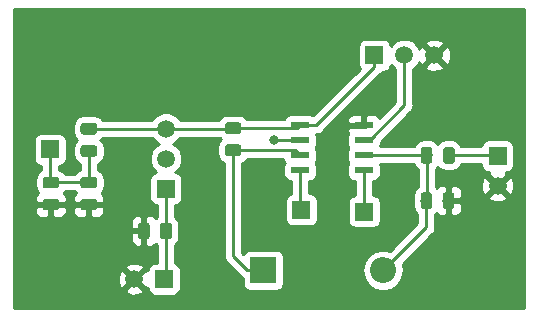
<source format=gbr>
G04 #@! TF.GenerationSoftware,KiCad,Pcbnew,(6.0.0-rc1-dev-305-gf0b8b21)*
G04 #@! TF.CreationDate,2019-05-22T14:27:23-07:00*
G04 #@! TF.ProjectId,DRONE_GateDriver,44524F4E455F47617465447269766572,rev?*
G04 #@! TF.SameCoordinates,Original*
G04 #@! TF.FileFunction,Copper,L1,Top,Signal*
G04 #@! TF.FilePolarity,Positive*
%FSLAX46Y46*%
G04 Gerber Fmt 4.6, Leading zero omitted, Abs format (unit mm)*
G04 Created by KiCad (PCBNEW (6.0.0-rc1-dev-305-gf0b8b21)) date Wednesday, May 22, 2019 at 02:27:23 PM*
%MOMM*%
%LPD*%
G01*
G04 APERTURE LIST*
G04 #@! TA.AperFunction,Conductor*
%ADD10C,0.100000*%
G04 #@! TD*
G04 #@! TA.AperFunction,SMDPad,CuDef*
%ADD11C,0.975000*%
G04 #@! TD*
G04 #@! TA.AperFunction,ComponentPad*
%ADD12R,2.200000X2.200000*%
G04 #@! TD*
G04 #@! TA.AperFunction,ComponentPad*
%ADD13O,2.200000X2.200000*%
G04 #@! TD*
G04 #@! TA.AperFunction,ComponentPad*
%ADD14R,1.500000X1.500000*%
G04 #@! TD*
G04 #@! TA.AperFunction,ComponentPad*
%ADD15C,1.500000*%
G04 #@! TD*
G04 #@! TA.AperFunction,ComponentPad*
%ADD16R,1.498600X1.498600*%
G04 #@! TD*
G04 #@! TA.AperFunction,SMDPad,CuDef*
%ADD17R,1.550000X0.600000*%
G04 #@! TD*
G04 #@! TA.AperFunction,ViaPad*
%ADD18C,0.800000*%
G04 #@! TD*
G04 #@! TA.AperFunction,Conductor*
%ADD19C,0.250000*%
G04 #@! TD*
G04 #@! TA.AperFunction,Conductor*
%ADD20C,0.254000*%
G04 #@! TD*
G04 APERTURE END LIST*
D10*
G04 #@! TO.N,Net-(C1-Pad1)*
G04 #@! TO.C,C1*
G36*
X159002642Y-110201174D02*
X159026303Y-110204684D01*
X159049507Y-110210496D01*
X159072029Y-110218554D01*
X159093653Y-110228782D01*
X159114170Y-110241079D01*
X159133383Y-110255329D01*
X159151107Y-110271393D01*
X159167171Y-110289117D01*
X159181421Y-110308330D01*
X159193718Y-110328847D01*
X159203946Y-110350471D01*
X159212004Y-110372993D01*
X159217816Y-110396197D01*
X159221326Y-110419858D01*
X159222500Y-110443750D01*
X159222500Y-111356250D01*
X159221326Y-111380142D01*
X159217816Y-111403803D01*
X159212004Y-111427007D01*
X159203946Y-111449529D01*
X159193718Y-111471153D01*
X159181421Y-111491670D01*
X159167171Y-111510883D01*
X159151107Y-111528607D01*
X159133383Y-111544671D01*
X159114170Y-111558921D01*
X159093653Y-111571218D01*
X159072029Y-111581446D01*
X159049507Y-111589504D01*
X159026303Y-111595316D01*
X159002642Y-111598826D01*
X158978750Y-111600000D01*
X158491250Y-111600000D01*
X158467358Y-111598826D01*
X158443697Y-111595316D01*
X158420493Y-111589504D01*
X158397971Y-111581446D01*
X158376347Y-111571218D01*
X158355830Y-111558921D01*
X158336617Y-111544671D01*
X158318893Y-111528607D01*
X158302829Y-111510883D01*
X158288579Y-111491670D01*
X158276282Y-111471153D01*
X158266054Y-111449529D01*
X158257996Y-111427007D01*
X158252184Y-111403803D01*
X158248674Y-111380142D01*
X158247500Y-111356250D01*
X158247500Y-110443750D01*
X158248674Y-110419858D01*
X158252184Y-110396197D01*
X158257996Y-110372993D01*
X158266054Y-110350471D01*
X158276282Y-110328847D01*
X158288579Y-110308330D01*
X158302829Y-110289117D01*
X158318893Y-110271393D01*
X158336617Y-110255329D01*
X158355830Y-110241079D01*
X158376347Y-110228782D01*
X158397971Y-110218554D01*
X158420493Y-110210496D01*
X158443697Y-110204684D01*
X158467358Y-110201174D01*
X158491250Y-110200000D01*
X158978750Y-110200000D01*
X159002642Y-110201174D01*
X159002642Y-110201174D01*
G37*
D11*
G04 #@! TD*
G04 #@! TO.P,C1,1*
G04 #@! TO.N,Net-(C1-Pad1)*
X158735000Y-110900000D03*
D10*
G04 #@! TO.N,GND*
G04 #@! TO.C,C1*
G36*
X160877642Y-110201174D02*
X160901303Y-110204684D01*
X160924507Y-110210496D01*
X160947029Y-110218554D01*
X160968653Y-110228782D01*
X160989170Y-110241079D01*
X161008383Y-110255329D01*
X161026107Y-110271393D01*
X161042171Y-110289117D01*
X161056421Y-110308330D01*
X161068718Y-110328847D01*
X161078946Y-110350471D01*
X161087004Y-110372993D01*
X161092816Y-110396197D01*
X161096326Y-110419858D01*
X161097500Y-110443750D01*
X161097500Y-111356250D01*
X161096326Y-111380142D01*
X161092816Y-111403803D01*
X161087004Y-111427007D01*
X161078946Y-111449529D01*
X161068718Y-111471153D01*
X161056421Y-111491670D01*
X161042171Y-111510883D01*
X161026107Y-111528607D01*
X161008383Y-111544671D01*
X160989170Y-111558921D01*
X160968653Y-111571218D01*
X160947029Y-111581446D01*
X160924507Y-111589504D01*
X160901303Y-111595316D01*
X160877642Y-111598826D01*
X160853750Y-111600000D01*
X160366250Y-111600000D01*
X160342358Y-111598826D01*
X160318697Y-111595316D01*
X160295493Y-111589504D01*
X160272971Y-111581446D01*
X160251347Y-111571218D01*
X160230830Y-111558921D01*
X160211617Y-111544671D01*
X160193893Y-111528607D01*
X160177829Y-111510883D01*
X160163579Y-111491670D01*
X160151282Y-111471153D01*
X160141054Y-111449529D01*
X160132996Y-111427007D01*
X160127184Y-111403803D01*
X160123674Y-111380142D01*
X160122500Y-111356250D01*
X160122500Y-110443750D01*
X160123674Y-110419858D01*
X160127184Y-110396197D01*
X160132996Y-110372993D01*
X160141054Y-110350471D01*
X160151282Y-110328847D01*
X160163579Y-110308330D01*
X160177829Y-110289117D01*
X160193893Y-110271393D01*
X160211617Y-110255329D01*
X160230830Y-110241079D01*
X160251347Y-110228782D01*
X160272971Y-110218554D01*
X160295493Y-110210496D01*
X160318697Y-110204684D01*
X160342358Y-110201174D01*
X160366250Y-110200000D01*
X160853750Y-110200000D01*
X160877642Y-110201174D01*
X160877642Y-110201174D01*
G37*
D11*
G04 #@! TD*
G04 #@! TO.P,C1,2*
G04 #@! TO.N,GND*
X160610000Y-110900000D03*
D10*
G04 #@! TO.N,Net-(C2-Pad2)*
G04 #@! TO.C,C2*
G36*
X142860142Y-106148674D02*
X142883803Y-106152184D01*
X142907007Y-106157996D01*
X142929529Y-106166054D01*
X142951153Y-106176282D01*
X142971670Y-106188579D01*
X142990883Y-106202829D01*
X143008607Y-106218893D01*
X143024671Y-106236617D01*
X143038921Y-106255830D01*
X143051218Y-106276347D01*
X143061446Y-106297971D01*
X143069504Y-106320493D01*
X143075316Y-106343697D01*
X143078826Y-106367358D01*
X143080000Y-106391250D01*
X143080000Y-106878750D01*
X143078826Y-106902642D01*
X143075316Y-106926303D01*
X143069504Y-106949507D01*
X143061446Y-106972029D01*
X143051218Y-106993653D01*
X143038921Y-107014170D01*
X143024671Y-107033383D01*
X143008607Y-107051107D01*
X142990883Y-107067171D01*
X142971670Y-107081421D01*
X142951153Y-107093718D01*
X142929529Y-107103946D01*
X142907007Y-107112004D01*
X142883803Y-107117816D01*
X142860142Y-107121326D01*
X142836250Y-107122500D01*
X141923750Y-107122500D01*
X141899858Y-107121326D01*
X141876197Y-107117816D01*
X141852993Y-107112004D01*
X141830471Y-107103946D01*
X141808847Y-107093718D01*
X141788330Y-107081421D01*
X141769117Y-107067171D01*
X141751393Y-107051107D01*
X141735329Y-107033383D01*
X141721079Y-107014170D01*
X141708782Y-106993653D01*
X141698554Y-106972029D01*
X141690496Y-106949507D01*
X141684684Y-106926303D01*
X141681174Y-106902642D01*
X141680000Y-106878750D01*
X141680000Y-106391250D01*
X141681174Y-106367358D01*
X141684684Y-106343697D01*
X141690496Y-106320493D01*
X141698554Y-106297971D01*
X141708782Y-106276347D01*
X141721079Y-106255830D01*
X141735329Y-106236617D01*
X141751393Y-106218893D01*
X141769117Y-106202829D01*
X141788330Y-106188579D01*
X141808847Y-106176282D01*
X141830471Y-106166054D01*
X141852993Y-106157996D01*
X141876197Y-106152184D01*
X141899858Y-106148674D01*
X141923750Y-106147500D01*
X142836250Y-106147500D01*
X142860142Y-106148674D01*
X142860142Y-106148674D01*
G37*
D11*
G04 #@! TD*
G04 #@! TO.P,C2,2*
G04 #@! TO.N,Net-(C2-Pad2)*
X142380000Y-106635000D03*
D10*
G04 #@! TO.N,Net-(C2-Pad1)*
G04 #@! TO.C,C2*
G36*
X142860142Y-104273674D02*
X142883803Y-104277184D01*
X142907007Y-104282996D01*
X142929529Y-104291054D01*
X142951153Y-104301282D01*
X142971670Y-104313579D01*
X142990883Y-104327829D01*
X143008607Y-104343893D01*
X143024671Y-104361617D01*
X143038921Y-104380830D01*
X143051218Y-104401347D01*
X143061446Y-104422971D01*
X143069504Y-104445493D01*
X143075316Y-104468697D01*
X143078826Y-104492358D01*
X143080000Y-104516250D01*
X143080000Y-105003750D01*
X143078826Y-105027642D01*
X143075316Y-105051303D01*
X143069504Y-105074507D01*
X143061446Y-105097029D01*
X143051218Y-105118653D01*
X143038921Y-105139170D01*
X143024671Y-105158383D01*
X143008607Y-105176107D01*
X142990883Y-105192171D01*
X142971670Y-105206421D01*
X142951153Y-105218718D01*
X142929529Y-105228946D01*
X142907007Y-105237004D01*
X142883803Y-105242816D01*
X142860142Y-105246326D01*
X142836250Y-105247500D01*
X141923750Y-105247500D01*
X141899858Y-105246326D01*
X141876197Y-105242816D01*
X141852993Y-105237004D01*
X141830471Y-105228946D01*
X141808847Y-105218718D01*
X141788330Y-105206421D01*
X141769117Y-105192171D01*
X141751393Y-105176107D01*
X141735329Y-105158383D01*
X141721079Y-105139170D01*
X141708782Y-105118653D01*
X141698554Y-105097029D01*
X141690496Y-105074507D01*
X141684684Y-105051303D01*
X141681174Y-105027642D01*
X141680000Y-105003750D01*
X141680000Y-104516250D01*
X141681174Y-104492358D01*
X141684684Y-104468697D01*
X141690496Y-104445493D01*
X141698554Y-104422971D01*
X141708782Y-104401347D01*
X141721079Y-104380830D01*
X141735329Y-104361617D01*
X141751393Y-104343893D01*
X141769117Y-104327829D01*
X141788330Y-104313579D01*
X141808847Y-104301282D01*
X141830471Y-104291054D01*
X141852993Y-104282996D01*
X141876197Y-104277184D01*
X141899858Y-104273674D01*
X141923750Y-104272500D01*
X142836250Y-104272500D01*
X142860142Y-104273674D01*
X142860142Y-104273674D01*
G37*
D11*
G04 #@! TD*
G04 #@! TO.P,C2,1*
G04 #@! TO.N,Net-(C2-Pad1)*
X142380000Y-104760000D03*
D10*
G04 #@! TO.N,Net-(C3-Pad1)*
G04 #@! TO.C,C3*
G36*
X136957642Y-112761174D02*
X136981303Y-112764684D01*
X137004507Y-112770496D01*
X137027029Y-112778554D01*
X137048653Y-112788782D01*
X137069170Y-112801079D01*
X137088383Y-112815329D01*
X137106107Y-112831393D01*
X137122171Y-112849117D01*
X137136421Y-112868330D01*
X137148718Y-112888847D01*
X137158946Y-112910471D01*
X137167004Y-112932993D01*
X137172816Y-112956197D01*
X137176326Y-112979858D01*
X137177500Y-113003750D01*
X137177500Y-113916250D01*
X137176326Y-113940142D01*
X137172816Y-113963803D01*
X137167004Y-113987007D01*
X137158946Y-114009529D01*
X137148718Y-114031153D01*
X137136421Y-114051670D01*
X137122171Y-114070883D01*
X137106107Y-114088607D01*
X137088383Y-114104671D01*
X137069170Y-114118921D01*
X137048653Y-114131218D01*
X137027029Y-114141446D01*
X137004507Y-114149504D01*
X136981303Y-114155316D01*
X136957642Y-114158826D01*
X136933750Y-114160000D01*
X136446250Y-114160000D01*
X136422358Y-114158826D01*
X136398697Y-114155316D01*
X136375493Y-114149504D01*
X136352971Y-114141446D01*
X136331347Y-114131218D01*
X136310830Y-114118921D01*
X136291617Y-114104671D01*
X136273893Y-114088607D01*
X136257829Y-114070883D01*
X136243579Y-114051670D01*
X136231282Y-114031153D01*
X136221054Y-114009529D01*
X136212996Y-113987007D01*
X136207184Y-113963803D01*
X136203674Y-113940142D01*
X136202500Y-113916250D01*
X136202500Y-113003750D01*
X136203674Y-112979858D01*
X136207184Y-112956197D01*
X136212996Y-112932993D01*
X136221054Y-112910471D01*
X136231282Y-112888847D01*
X136243579Y-112868330D01*
X136257829Y-112849117D01*
X136273893Y-112831393D01*
X136291617Y-112815329D01*
X136310830Y-112801079D01*
X136331347Y-112788782D01*
X136352971Y-112778554D01*
X136375493Y-112770496D01*
X136398697Y-112764684D01*
X136422358Y-112761174D01*
X136446250Y-112760000D01*
X136933750Y-112760000D01*
X136957642Y-112761174D01*
X136957642Y-112761174D01*
G37*
D11*
G04 #@! TD*
G04 #@! TO.P,C3,1*
G04 #@! TO.N,Net-(C3-Pad1)*
X136690000Y-113460000D03*
D10*
G04 #@! TO.N,GND*
G04 #@! TO.C,C3*
G36*
X135082642Y-112761174D02*
X135106303Y-112764684D01*
X135129507Y-112770496D01*
X135152029Y-112778554D01*
X135173653Y-112788782D01*
X135194170Y-112801079D01*
X135213383Y-112815329D01*
X135231107Y-112831393D01*
X135247171Y-112849117D01*
X135261421Y-112868330D01*
X135273718Y-112888847D01*
X135283946Y-112910471D01*
X135292004Y-112932993D01*
X135297816Y-112956197D01*
X135301326Y-112979858D01*
X135302500Y-113003750D01*
X135302500Y-113916250D01*
X135301326Y-113940142D01*
X135297816Y-113963803D01*
X135292004Y-113987007D01*
X135283946Y-114009529D01*
X135273718Y-114031153D01*
X135261421Y-114051670D01*
X135247171Y-114070883D01*
X135231107Y-114088607D01*
X135213383Y-114104671D01*
X135194170Y-114118921D01*
X135173653Y-114131218D01*
X135152029Y-114141446D01*
X135129507Y-114149504D01*
X135106303Y-114155316D01*
X135082642Y-114158826D01*
X135058750Y-114160000D01*
X134571250Y-114160000D01*
X134547358Y-114158826D01*
X134523697Y-114155316D01*
X134500493Y-114149504D01*
X134477971Y-114141446D01*
X134456347Y-114131218D01*
X134435830Y-114118921D01*
X134416617Y-114104671D01*
X134398893Y-114088607D01*
X134382829Y-114070883D01*
X134368579Y-114051670D01*
X134356282Y-114031153D01*
X134346054Y-114009529D01*
X134337996Y-113987007D01*
X134332184Y-113963803D01*
X134328674Y-113940142D01*
X134327500Y-113916250D01*
X134327500Y-113003750D01*
X134328674Y-112979858D01*
X134332184Y-112956197D01*
X134337996Y-112932993D01*
X134346054Y-112910471D01*
X134356282Y-112888847D01*
X134368579Y-112868330D01*
X134382829Y-112849117D01*
X134398893Y-112831393D01*
X134416617Y-112815329D01*
X134435830Y-112801079D01*
X134456347Y-112788782D01*
X134477971Y-112778554D01*
X134500493Y-112770496D01*
X134523697Y-112764684D01*
X134547358Y-112761174D01*
X134571250Y-112760000D01*
X135058750Y-112760000D01*
X135082642Y-112761174D01*
X135082642Y-112761174D01*
G37*
D11*
G04 #@! TD*
G04 #@! TO.P,C3,2*
G04 #@! TO.N,GND*
X134815000Y-113460000D03*
D10*
G04 #@! TO.N,GND*
G04 #@! TO.C,C4*
G36*
X130630142Y-110758674D02*
X130653803Y-110762184D01*
X130677007Y-110767996D01*
X130699529Y-110776054D01*
X130721153Y-110786282D01*
X130741670Y-110798579D01*
X130760883Y-110812829D01*
X130778607Y-110828893D01*
X130794671Y-110846617D01*
X130808921Y-110865830D01*
X130821218Y-110886347D01*
X130831446Y-110907971D01*
X130839504Y-110930493D01*
X130845316Y-110953697D01*
X130848826Y-110977358D01*
X130850000Y-111001250D01*
X130850000Y-111488750D01*
X130848826Y-111512642D01*
X130845316Y-111536303D01*
X130839504Y-111559507D01*
X130831446Y-111582029D01*
X130821218Y-111603653D01*
X130808921Y-111624170D01*
X130794671Y-111643383D01*
X130778607Y-111661107D01*
X130760883Y-111677171D01*
X130741670Y-111691421D01*
X130721153Y-111703718D01*
X130699529Y-111713946D01*
X130677007Y-111722004D01*
X130653803Y-111727816D01*
X130630142Y-111731326D01*
X130606250Y-111732500D01*
X129693750Y-111732500D01*
X129669858Y-111731326D01*
X129646197Y-111727816D01*
X129622993Y-111722004D01*
X129600471Y-111713946D01*
X129578847Y-111703718D01*
X129558330Y-111691421D01*
X129539117Y-111677171D01*
X129521393Y-111661107D01*
X129505329Y-111643383D01*
X129491079Y-111624170D01*
X129478782Y-111603653D01*
X129468554Y-111582029D01*
X129460496Y-111559507D01*
X129454684Y-111536303D01*
X129451174Y-111512642D01*
X129450000Y-111488750D01*
X129450000Y-111001250D01*
X129451174Y-110977358D01*
X129454684Y-110953697D01*
X129460496Y-110930493D01*
X129468554Y-110907971D01*
X129478782Y-110886347D01*
X129491079Y-110865830D01*
X129505329Y-110846617D01*
X129521393Y-110828893D01*
X129539117Y-110812829D01*
X129558330Y-110798579D01*
X129578847Y-110786282D01*
X129600471Y-110776054D01*
X129622993Y-110767996D01*
X129646197Y-110762184D01*
X129669858Y-110758674D01*
X129693750Y-110757500D01*
X130606250Y-110757500D01*
X130630142Y-110758674D01*
X130630142Y-110758674D01*
G37*
D11*
G04 #@! TD*
G04 #@! TO.P,C4,2*
G04 #@! TO.N,GND*
X130150000Y-111245000D03*
D10*
G04 #@! TO.N,Net-(C4-Pad1)*
G04 #@! TO.C,C4*
G36*
X130630142Y-108883674D02*
X130653803Y-108887184D01*
X130677007Y-108892996D01*
X130699529Y-108901054D01*
X130721153Y-108911282D01*
X130741670Y-108923579D01*
X130760883Y-108937829D01*
X130778607Y-108953893D01*
X130794671Y-108971617D01*
X130808921Y-108990830D01*
X130821218Y-109011347D01*
X130831446Y-109032971D01*
X130839504Y-109055493D01*
X130845316Y-109078697D01*
X130848826Y-109102358D01*
X130850000Y-109126250D01*
X130850000Y-109613750D01*
X130848826Y-109637642D01*
X130845316Y-109661303D01*
X130839504Y-109684507D01*
X130831446Y-109707029D01*
X130821218Y-109728653D01*
X130808921Y-109749170D01*
X130794671Y-109768383D01*
X130778607Y-109786107D01*
X130760883Y-109802171D01*
X130741670Y-109816421D01*
X130721153Y-109828718D01*
X130699529Y-109838946D01*
X130677007Y-109847004D01*
X130653803Y-109852816D01*
X130630142Y-109856326D01*
X130606250Y-109857500D01*
X129693750Y-109857500D01*
X129669858Y-109856326D01*
X129646197Y-109852816D01*
X129622993Y-109847004D01*
X129600471Y-109838946D01*
X129578847Y-109828718D01*
X129558330Y-109816421D01*
X129539117Y-109802171D01*
X129521393Y-109786107D01*
X129505329Y-109768383D01*
X129491079Y-109749170D01*
X129478782Y-109728653D01*
X129468554Y-109707029D01*
X129460496Y-109684507D01*
X129454684Y-109661303D01*
X129451174Y-109637642D01*
X129450000Y-109613750D01*
X129450000Y-109126250D01*
X129451174Y-109102358D01*
X129454684Y-109078697D01*
X129460496Y-109055493D01*
X129468554Y-109032971D01*
X129478782Y-109011347D01*
X129491079Y-108990830D01*
X129505329Y-108971617D01*
X129521393Y-108953893D01*
X129539117Y-108937829D01*
X129558330Y-108923579D01*
X129578847Y-108911282D01*
X129600471Y-108901054D01*
X129622993Y-108892996D01*
X129646197Y-108887184D01*
X129669858Y-108883674D01*
X129693750Y-108882500D01*
X130606250Y-108882500D01*
X130630142Y-108883674D01*
X130630142Y-108883674D01*
G37*
D11*
G04 #@! TD*
G04 #@! TO.P,C4,1*
G04 #@! TO.N,Net-(C4-Pad1)*
X130150000Y-109370000D03*
D12*
G04 #@! TO.P,D1,1*
G04 #@! TO.N,Net-(C2-Pad2)*
X144920000Y-116810000D03*
D13*
G04 #@! TO.P,D1,2*
G04 #@! TO.N,Net-(C1-Pad1)*
X155080000Y-116810000D03*
G04 #@! TD*
D14*
G04 #@! TO.P,J1,2*
G04 #@! TO.N,Net-(J1-Pad2)*
X164760000Y-107120000D03*
D15*
G04 #@! TO.P,J1,1*
G04 #@! TO.N,GND*
X164760000Y-109660000D03*
G04 #@! TD*
D16*
G04 #@! TO.P,J2,1*
G04 #@! TO.N,Net-(J2-Pad1)*
X153480000Y-111830000D03*
G04 #@! TD*
G04 #@! TO.P,J3,1*
G04 #@! TO.N,Net-(J3-Pad1)*
X148160000Y-111690000D03*
G04 #@! TD*
D15*
G04 #@! TO.P,J4,1*
G04 #@! TO.N,GND*
X134000000Y-117550000D03*
D14*
G04 #@! TO.P,J4,2*
G04 #@! TO.N,Net-(C3-Pad1)*
X136540000Y-117550000D03*
G04 #@! TD*
G04 #@! TO.P,J5,1*
G04 #@! TO.N,Net-(C4-Pad1)*
X126880000Y-106570000D03*
G04 #@! TD*
D10*
G04 #@! TO.N,Net-(C2-Pad1)*
G04 #@! TO.C,L1*
G36*
X130630142Y-104333674D02*
X130653803Y-104337184D01*
X130677007Y-104342996D01*
X130699529Y-104351054D01*
X130721153Y-104361282D01*
X130741670Y-104373579D01*
X130760883Y-104387829D01*
X130778607Y-104403893D01*
X130794671Y-104421617D01*
X130808921Y-104440830D01*
X130821218Y-104461347D01*
X130831446Y-104482971D01*
X130839504Y-104505493D01*
X130845316Y-104528697D01*
X130848826Y-104552358D01*
X130850000Y-104576250D01*
X130850000Y-105063750D01*
X130848826Y-105087642D01*
X130845316Y-105111303D01*
X130839504Y-105134507D01*
X130831446Y-105157029D01*
X130821218Y-105178653D01*
X130808921Y-105199170D01*
X130794671Y-105218383D01*
X130778607Y-105236107D01*
X130760883Y-105252171D01*
X130741670Y-105266421D01*
X130721153Y-105278718D01*
X130699529Y-105288946D01*
X130677007Y-105297004D01*
X130653803Y-105302816D01*
X130630142Y-105306326D01*
X130606250Y-105307500D01*
X129693750Y-105307500D01*
X129669858Y-105306326D01*
X129646197Y-105302816D01*
X129622993Y-105297004D01*
X129600471Y-105288946D01*
X129578847Y-105278718D01*
X129558330Y-105266421D01*
X129539117Y-105252171D01*
X129521393Y-105236107D01*
X129505329Y-105218383D01*
X129491079Y-105199170D01*
X129478782Y-105178653D01*
X129468554Y-105157029D01*
X129460496Y-105134507D01*
X129454684Y-105111303D01*
X129451174Y-105087642D01*
X129450000Y-105063750D01*
X129450000Y-104576250D01*
X129451174Y-104552358D01*
X129454684Y-104528697D01*
X129460496Y-104505493D01*
X129468554Y-104482971D01*
X129478782Y-104461347D01*
X129491079Y-104440830D01*
X129505329Y-104421617D01*
X129521393Y-104403893D01*
X129539117Y-104387829D01*
X129558330Y-104373579D01*
X129578847Y-104361282D01*
X129600471Y-104351054D01*
X129622993Y-104342996D01*
X129646197Y-104337184D01*
X129669858Y-104333674D01*
X129693750Y-104332500D01*
X130606250Y-104332500D01*
X130630142Y-104333674D01*
X130630142Y-104333674D01*
G37*
D11*
G04 #@! TD*
G04 #@! TO.P,L1,1*
G04 #@! TO.N,Net-(C2-Pad1)*
X130150000Y-104820000D03*
D10*
G04 #@! TO.N,Net-(C4-Pad1)*
G04 #@! TO.C,L1*
G36*
X130630142Y-106208674D02*
X130653803Y-106212184D01*
X130677007Y-106217996D01*
X130699529Y-106226054D01*
X130721153Y-106236282D01*
X130741670Y-106248579D01*
X130760883Y-106262829D01*
X130778607Y-106278893D01*
X130794671Y-106296617D01*
X130808921Y-106315830D01*
X130821218Y-106336347D01*
X130831446Y-106357971D01*
X130839504Y-106380493D01*
X130845316Y-106403697D01*
X130848826Y-106427358D01*
X130850000Y-106451250D01*
X130850000Y-106938750D01*
X130848826Y-106962642D01*
X130845316Y-106986303D01*
X130839504Y-107009507D01*
X130831446Y-107032029D01*
X130821218Y-107053653D01*
X130808921Y-107074170D01*
X130794671Y-107093383D01*
X130778607Y-107111107D01*
X130760883Y-107127171D01*
X130741670Y-107141421D01*
X130721153Y-107153718D01*
X130699529Y-107163946D01*
X130677007Y-107172004D01*
X130653803Y-107177816D01*
X130630142Y-107181326D01*
X130606250Y-107182500D01*
X129693750Y-107182500D01*
X129669858Y-107181326D01*
X129646197Y-107177816D01*
X129622993Y-107172004D01*
X129600471Y-107163946D01*
X129578847Y-107153718D01*
X129558330Y-107141421D01*
X129539117Y-107127171D01*
X129521393Y-107111107D01*
X129505329Y-107093383D01*
X129491079Y-107074170D01*
X129478782Y-107053653D01*
X129468554Y-107032029D01*
X129460496Y-107009507D01*
X129454684Y-106986303D01*
X129451174Y-106962642D01*
X129450000Y-106938750D01*
X129450000Y-106451250D01*
X129451174Y-106427358D01*
X129454684Y-106403697D01*
X129460496Y-106380493D01*
X129468554Y-106357971D01*
X129478782Y-106336347D01*
X129491079Y-106315830D01*
X129505329Y-106296617D01*
X129521393Y-106278893D01*
X129539117Y-106262829D01*
X129558330Y-106248579D01*
X129578847Y-106236282D01*
X129600471Y-106226054D01*
X129622993Y-106217996D01*
X129646197Y-106212184D01*
X129669858Y-106208674D01*
X129693750Y-106207500D01*
X130606250Y-106207500D01*
X130630142Y-106208674D01*
X130630142Y-106208674D01*
G37*
D11*
G04 #@! TD*
G04 #@! TO.P,L1,2*
G04 #@! TO.N,Net-(C4-Pad1)*
X130150000Y-106695000D03*
D15*
G04 #@! TO.P,Q1,2*
G04 #@! TO.N,Net-(Q1-Pad2)*
X136690000Y-107360000D03*
G04 #@! TO.P,Q1,3*
G04 #@! TO.N,Net-(C2-Pad1)*
X136690000Y-104820000D03*
D14*
G04 #@! TO.P,Q1,1*
G04 #@! TO.N,Net-(C3-Pad1)*
X136690000Y-109900000D03*
G04 #@! TD*
G04 #@! TO.P,Q2,1*
G04 #@! TO.N,Net-(C2-Pad1)*
X154340000Y-98600000D03*
D15*
G04 #@! TO.P,Q2,3*
G04 #@! TO.N,GND*
X159420000Y-98600000D03*
G04 #@! TO.P,Q2,2*
G04 #@! TO.N,Net-(Q2-Pad2)*
X156880000Y-98600000D03*
G04 #@! TD*
D10*
G04 #@! TO.N,Net-(C1-Pad1)*
G04 #@! TO.C,R1*
G36*
X159030142Y-106371174D02*
X159053803Y-106374684D01*
X159077007Y-106380496D01*
X159099529Y-106388554D01*
X159121153Y-106398782D01*
X159141670Y-106411079D01*
X159160883Y-106425329D01*
X159178607Y-106441393D01*
X159194671Y-106459117D01*
X159208921Y-106478330D01*
X159221218Y-106498847D01*
X159231446Y-106520471D01*
X159239504Y-106542993D01*
X159245316Y-106566197D01*
X159248826Y-106589858D01*
X159250000Y-106613750D01*
X159250000Y-107526250D01*
X159248826Y-107550142D01*
X159245316Y-107573803D01*
X159239504Y-107597007D01*
X159231446Y-107619529D01*
X159221218Y-107641153D01*
X159208921Y-107661670D01*
X159194671Y-107680883D01*
X159178607Y-107698607D01*
X159160883Y-107714671D01*
X159141670Y-107728921D01*
X159121153Y-107741218D01*
X159099529Y-107751446D01*
X159077007Y-107759504D01*
X159053803Y-107765316D01*
X159030142Y-107768826D01*
X159006250Y-107770000D01*
X158518750Y-107770000D01*
X158494858Y-107768826D01*
X158471197Y-107765316D01*
X158447993Y-107759504D01*
X158425471Y-107751446D01*
X158403847Y-107741218D01*
X158383330Y-107728921D01*
X158364117Y-107714671D01*
X158346393Y-107698607D01*
X158330329Y-107680883D01*
X158316079Y-107661670D01*
X158303782Y-107641153D01*
X158293554Y-107619529D01*
X158285496Y-107597007D01*
X158279684Y-107573803D01*
X158276174Y-107550142D01*
X158275000Y-107526250D01*
X158275000Y-106613750D01*
X158276174Y-106589858D01*
X158279684Y-106566197D01*
X158285496Y-106542993D01*
X158293554Y-106520471D01*
X158303782Y-106498847D01*
X158316079Y-106478330D01*
X158330329Y-106459117D01*
X158346393Y-106441393D01*
X158364117Y-106425329D01*
X158383330Y-106411079D01*
X158403847Y-106398782D01*
X158425471Y-106388554D01*
X158447993Y-106380496D01*
X158471197Y-106374684D01*
X158494858Y-106371174D01*
X158518750Y-106370000D01*
X159006250Y-106370000D01*
X159030142Y-106371174D01*
X159030142Y-106371174D01*
G37*
D11*
G04 #@! TD*
G04 #@! TO.P,R1,1*
G04 #@! TO.N,Net-(C1-Pad1)*
X158762500Y-107070000D03*
D10*
G04 #@! TO.N,Net-(J1-Pad2)*
G04 #@! TO.C,R1*
G36*
X160905142Y-106371174D02*
X160928803Y-106374684D01*
X160952007Y-106380496D01*
X160974529Y-106388554D01*
X160996153Y-106398782D01*
X161016670Y-106411079D01*
X161035883Y-106425329D01*
X161053607Y-106441393D01*
X161069671Y-106459117D01*
X161083921Y-106478330D01*
X161096218Y-106498847D01*
X161106446Y-106520471D01*
X161114504Y-106542993D01*
X161120316Y-106566197D01*
X161123826Y-106589858D01*
X161125000Y-106613750D01*
X161125000Y-107526250D01*
X161123826Y-107550142D01*
X161120316Y-107573803D01*
X161114504Y-107597007D01*
X161106446Y-107619529D01*
X161096218Y-107641153D01*
X161083921Y-107661670D01*
X161069671Y-107680883D01*
X161053607Y-107698607D01*
X161035883Y-107714671D01*
X161016670Y-107728921D01*
X160996153Y-107741218D01*
X160974529Y-107751446D01*
X160952007Y-107759504D01*
X160928803Y-107765316D01*
X160905142Y-107768826D01*
X160881250Y-107770000D01*
X160393750Y-107770000D01*
X160369858Y-107768826D01*
X160346197Y-107765316D01*
X160322993Y-107759504D01*
X160300471Y-107751446D01*
X160278847Y-107741218D01*
X160258330Y-107728921D01*
X160239117Y-107714671D01*
X160221393Y-107698607D01*
X160205329Y-107680883D01*
X160191079Y-107661670D01*
X160178782Y-107641153D01*
X160168554Y-107619529D01*
X160160496Y-107597007D01*
X160154684Y-107573803D01*
X160151174Y-107550142D01*
X160150000Y-107526250D01*
X160150000Y-106613750D01*
X160151174Y-106589858D01*
X160154684Y-106566197D01*
X160160496Y-106542993D01*
X160168554Y-106520471D01*
X160178782Y-106498847D01*
X160191079Y-106478330D01*
X160205329Y-106459117D01*
X160221393Y-106441393D01*
X160239117Y-106425329D01*
X160258330Y-106411079D01*
X160278847Y-106398782D01*
X160300471Y-106388554D01*
X160322993Y-106380496D01*
X160346197Y-106374684D01*
X160369858Y-106371174D01*
X160393750Y-106370000D01*
X160881250Y-106370000D01*
X160905142Y-106371174D01*
X160905142Y-106371174D01*
G37*
D11*
G04 #@! TD*
G04 #@! TO.P,R1,2*
G04 #@! TO.N,Net-(J1-Pad2)*
X160637500Y-107070000D03*
D10*
G04 #@! TO.N,GND*
G04 #@! TO.C,R2*
G36*
X127420142Y-110758674D02*
X127443803Y-110762184D01*
X127467007Y-110767996D01*
X127489529Y-110776054D01*
X127511153Y-110786282D01*
X127531670Y-110798579D01*
X127550883Y-110812829D01*
X127568607Y-110828893D01*
X127584671Y-110846617D01*
X127598921Y-110865830D01*
X127611218Y-110886347D01*
X127621446Y-110907971D01*
X127629504Y-110930493D01*
X127635316Y-110953697D01*
X127638826Y-110977358D01*
X127640000Y-111001250D01*
X127640000Y-111488750D01*
X127638826Y-111512642D01*
X127635316Y-111536303D01*
X127629504Y-111559507D01*
X127621446Y-111582029D01*
X127611218Y-111603653D01*
X127598921Y-111624170D01*
X127584671Y-111643383D01*
X127568607Y-111661107D01*
X127550883Y-111677171D01*
X127531670Y-111691421D01*
X127511153Y-111703718D01*
X127489529Y-111713946D01*
X127467007Y-111722004D01*
X127443803Y-111727816D01*
X127420142Y-111731326D01*
X127396250Y-111732500D01*
X126483750Y-111732500D01*
X126459858Y-111731326D01*
X126436197Y-111727816D01*
X126412993Y-111722004D01*
X126390471Y-111713946D01*
X126368847Y-111703718D01*
X126348330Y-111691421D01*
X126329117Y-111677171D01*
X126311393Y-111661107D01*
X126295329Y-111643383D01*
X126281079Y-111624170D01*
X126268782Y-111603653D01*
X126258554Y-111582029D01*
X126250496Y-111559507D01*
X126244684Y-111536303D01*
X126241174Y-111512642D01*
X126240000Y-111488750D01*
X126240000Y-111001250D01*
X126241174Y-110977358D01*
X126244684Y-110953697D01*
X126250496Y-110930493D01*
X126258554Y-110907971D01*
X126268782Y-110886347D01*
X126281079Y-110865830D01*
X126295329Y-110846617D01*
X126311393Y-110828893D01*
X126329117Y-110812829D01*
X126348330Y-110798579D01*
X126368847Y-110786282D01*
X126390471Y-110776054D01*
X126412993Y-110767996D01*
X126436197Y-110762184D01*
X126459858Y-110758674D01*
X126483750Y-110757500D01*
X127396250Y-110757500D01*
X127420142Y-110758674D01*
X127420142Y-110758674D01*
G37*
D11*
G04 #@! TD*
G04 #@! TO.P,R2,2*
G04 #@! TO.N,GND*
X126940000Y-111245000D03*
D10*
G04 #@! TO.N,Net-(C4-Pad1)*
G04 #@! TO.C,R2*
G36*
X127420142Y-108883674D02*
X127443803Y-108887184D01*
X127467007Y-108892996D01*
X127489529Y-108901054D01*
X127511153Y-108911282D01*
X127531670Y-108923579D01*
X127550883Y-108937829D01*
X127568607Y-108953893D01*
X127584671Y-108971617D01*
X127598921Y-108990830D01*
X127611218Y-109011347D01*
X127621446Y-109032971D01*
X127629504Y-109055493D01*
X127635316Y-109078697D01*
X127638826Y-109102358D01*
X127640000Y-109126250D01*
X127640000Y-109613750D01*
X127638826Y-109637642D01*
X127635316Y-109661303D01*
X127629504Y-109684507D01*
X127621446Y-109707029D01*
X127611218Y-109728653D01*
X127598921Y-109749170D01*
X127584671Y-109768383D01*
X127568607Y-109786107D01*
X127550883Y-109802171D01*
X127531670Y-109816421D01*
X127511153Y-109828718D01*
X127489529Y-109838946D01*
X127467007Y-109847004D01*
X127443803Y-109852816D01*
X127420142Y-109856326D01*
X127396250Y-109857500D01*
X126483750Y-109857500D01*
X126459858Y-109856326D01*
X126436197Y-109852816D01*
X126412993Y-109847004D01*
X126390471Y-109838946D01*
X126368847Y-109828718D01*
X126348330Y-109816421D01*
X126329117Y-109802171D01*
X126311393Y-109786107D01*
X126295329Y-109768383D01*
X126281079Y-109749170D01*
X126268782Y-109728653D01*
X126258554Y-109707029D01*
X126250496Y-109684507D01*
X126244684Y-109661303D01*
X126241174Y-109637642D01*
X126240000Y-109613750D01*
X126240000Y-109126250D01*
X126241174Y-109102358D01*
X126244684Y-109078697D01*
X126250496Y-109055493D01*
X126258554Y-109032971D01*
X126268782Y-109011347D01*
X126281079Y-108990830D01*
X126295329Y-108971617D01*
X126311393Y-108953893D01*
X126329117Y-108937829D01*
X126348330Y-108923579D01*
X126368847Y-108911282D01*
X126390471Y-108901054D01*
X126412993Y-108892996D01*
X126436197Y-108887184D01*
X126459858Y-108883674D01*
X126483750Y-108882500D01*
X127396250Y-108882500D01*
X127420142Y-108883674D01*
X127420142Y-108883674D01*
G37*
D11*
G04 #@! TD*
G04 #@! TO.P,R2,1*
G04 #@! TO.N,Net-(C4-Pad1)*
X126940000Y-109370000D03*
D17*
G04 #@! TO.P,U1,1*
G04 #@! TO.N,Net-(C2-Pad1)*
X148049000Y-104521000D03*
G04 #@! TO.P,U1,2*
G04 #@! TO.N,Net-(Q1-Pad2)*
X148049000Y-105791000D03*
G04 #@! TO.P,U1,3*
G04 #@! TO.N,Net-(C2-Pad2)*
X148049000Y-107061000D03*
G04 #@! TO.P,U1,4*
G04 #@! TO.N,Net-(J3-Pad1)*
X148049000Y-108331000D03*
G04 #@! TO.P,U1,5*
G04 #@! TO.N,Net-(J2-Pad1)*
X153449000Y-108331000D03*
G04 #@! TO.P,U1,6*
G04 #@! TO.N,Net-(C1-Pad1)*
X153449000Y-107061000D03*
G04 #@! TO.P,U1,7*
G04 #@! TO.N,Net-(Q2-Pad2)*
X153449000Y-105791000D03*
G04 #@! TO.P,U1,8*
G04 #@! TO.N,GND*
X153449000Y-104521000D03*
G04 #@! TD*
D18*
G04 #@! TO.N,Net-(Q1-Pad2)*
X145850000Y-105730000D03*
G04 #@! TD*
D19*
G04 #@! TO.N,Net-(C1-Pad1)*
X158753500Y-107061000D02*
X158762500Y-107070000D01*
X153449000Y-107061000D02*
X158753500Y-107061000D01*
X158762500Y-110872500D02*
X158735000Y-110900000D01*
X158762500Y-107070000D02*
X158762500Y-110872500D01*
X158735000Y-113155000D02*
X155080000Y-116810000D01*
X158735000Y-110900000D02*
X158735000Y-113155000D01*
G04 #@! TO.N,Net-(C2-Pad2)*
X147623000Y-106635000D02*
X148049000Y-107061000D01*
X142380000Y-106635000D02*
X147623000Y-106635000D01*
X143570000Y-116810000D02*
X144920000Y-116810000D01*
X142380000Y-115620000D02*
X143570000Y-116810000D01*
X142380000Y-106635000D02*
X142380000Y-115620000D01*
G04 #@! TO.N,Net-(C2-Pad1)*
X154340000Y-99600000D02*
X154340000Y-98600000D01*
X149419000Y-104521000D02*
X154340000Y-99600000D01*
X148049000Y-104521000D02*
X149419000Y-104521000D01*
X147810000Y-104760000D02*
X148049000Y-104521000D01*
X142380000Y-104760000D02*
X147810000Y-104760000D01*
X130150000Y-104820000D02*
X136690000Y-104820000D01*
X136750000Y-104760000D02*
X136690000Y-104820000D01*
X142320000Y-104820000D02*
X142380000Y-104760000D01*
X136690000Y-104820000D02*
X142320000Y-104820000D01*
G04 #@! TO.N,Net-(C3-Pad1)*
X136690000Y-110900000D02*
X136690000Y-113460000D01*
X136690000Y-109900000D02*
X136690000Y-110900000D01*
X136690000Y-117400000D02*
X136540000Y-117550000D01*
X136690000Y-113460000D02*
X136690000Y-117400000D01*
G04 #@! TO.N,Net-(C4-Pad1)*
X126880000Y-109310000D02*
X126940000Y-109370000D01*
X126880000Y-106570000D02*
X126880000Y-109310000D01*
X126940000Y-109370000D02*
X130150000Y-109370000D01*
X130150000Y-106695000D02*
X130150000Y-109370000D01*
G04 #@! TO.N,Net-(J1-Pad2)*
X164710000Y-107070000D02*
X164760000Y-107120000D01*
X160637500Y-107070000D02*
X164710000Y-107070000D01*
G04 #@! TO.N,Net-(J2-Pad1)*
X153449000Y-111799000D02*
X153480000Y-111830000D01*
X153449000Y-108331000D02*
X153449000Y-111799000D01*
G04 #@! TO.N,Net-(J3-Pad1)*
X148049000Y-111579000D02*
X148160000Y-111690000D01*
X148049000Y-108331000D02*
X148049000Y-111579000D01*
G04 #@! TO.N,Net-(Q1-Pad2)*
X145911000Y-105791000D02*
X145850000Y-105730000D01*
X148049000Y-105791000D02*
X145911000Y-105791000D01*
G04 #@! TO.N,Net-(Q2-Pad2)*
X153924000Y-105791000D02*
X153449000Y-105791000D01*
X156880000Y-102835000D02*
X153924000Y-105791000D01*
X156880000Y-98600000D02*
X156880000Y-102835000D01*
G04 #@! TD*
D20*
G04 #@! TO.N,GND*
G36*
X166980000Y-119990000D02*
X123850000Y-119990000D01*
X123850000Y-118521517D01*
X133208088Y-118521517D01*
X133276077Y-118762460D01*
X133795171Y-118947201D01*
X134345448Y-118919230D01*
X134723923Y-118762460D01*
X134791912Y-118521517D01*
X134000000Y-117729605D01*
X133208088Y-118521517D01*
X123850000Y-118521517D01*
X123850000Y-117345171D01*
X132602799Y-117345171D01*
X132630770Y-117895448D01*
X132787540Y-118273923D01*
X133028483Y-118341912D01*
X133820395Y-117550000D01*
X133028483Y-116758088D01*
X132787540Y-116826077D01*
X132602799Y-117345171D01*
X123850000Y-117345171D01*
X123850000Y-116578483D01*
X133208088Y-116578483D01*
X134000000Y-117370395D01*
X134791912Y-116578483D01*
X134723923Y-116337540D01*
X134204829Y-116152799D01*
X133654552Y-116180770D01*
X133276077Y-116337540D01*
X133208088Y-116578483D01*
X123850000Y-116578483D01*
X123850000Y-113745750D01*
X133692500Y-113745750D01*
X133692500Y-114286310D01*
X133789173Y-114519699D01*
X133967802Y-114698327D01*
X134201191Y-114795000D01*
X134529250Y-114795000D01*
X134688000Y-114636250D01*
X134688000Y-113587000D01*
X133851250Y-113587000D01*
X133692500Y-113745750D01*
X123850000Y-113745750D01*
X123850000Y-112633690D01*
X133692500Y-112633690D01*
X133692500Y-113174250D01*
X133851250Y-113333000D01*
X134688000Y-113333000D01*
X134688000Y-112283750D01*
X134529250Y-112125000D01*
X134201191Y-112125000D01*
X133967802Y-112221673D01*
X133789173Y-112400301D01*
X133692500Y-112633690D01*
X123850000Y-112633690D01*
X123850000Y-111530750D01*
X125605000Y-111530750D01*
X125605000Y-111858809D01*
X125701673Y-112092198D01*
X125880301Y-112270827D01*
X126113690Y-112367500D01*
X126654250Y-112367500D01*
X126813000Y-112208750D01*
X126813000Y-111372000D01*
X127067000Y-111372000D01*
X127067000Y-112208750D01*
X127225750Y-112367500D01*
X127766310Y-112367500D01*
X127999699Y-112270827D01*
X128178327Y-112092198D01*
X128275000Y-111858809D01*
X128275000Y-111530750D01*
X128815000Y-111530750D01*
X128815000Y-111858809D01*
X128911673Y-112092198D01*
X129090301Y-112270827D01*
X129323690Y-112367500D01*
X129864250Y-112367500D01*
X130023000Y-112208750D01*
X130023000Y-111372000D01*
X130277000Y-111372000D01*
X130277000Y-112208750D01*
X130435750Y-112367500D01*
X130976310Y-112367500D01*
X131209699Y-112270827D01*
X131388327Y-112092198D01*
X131485000Y-111858809D01*
X131485000Y-111530750D01*
X131326250Y-111372000D01*
X130277000Y-111372000D01*
X130023000Y-111372000D01*
X128973750Y-111372000D01*
X128815000Y-111530750D01*
X128275000Y-111530750D01*
X128116250Y-111372000D01*
X127067000Y-111372000D01*
X126813000Y-111372000D01*
X125763750Y-111372000D01*
X125605000Y-111530750D01*
X123850000Y-111530750D01*
X123850000Y-105820000D01*
X125482560Y-105820000D01*
X125482560Y-107320000D01*
X125531843Y-107567765D01*
X125672191Y-107777809D01*
X125882235Y-107918157D01*
X126120001Y-107965451D01*
X126120001Y-108318069D01*
X125853584Y-108496084D01*
X125660398Y-108785206D01*
X125592560Y-109126250D01*
X125592560Y-109613750D01*
X125660398Y-109954794D01*
X125853584Y-110243916D01*
X125854767Y-110244707D01*
X125701673Y-110397802D01*
X125605000Y-110631191D01*
X125605000Y-110959250D01*
X125763750Y-111118000D01*
X126813000Y-111118000D01*
X126813000Y-111098000D01*
X127067000Y-111098000D01*
X127067000Y-111118000D01*
X128116250Y-111118000D01*
X128275000Y-110959250D01*
X128275000Y-110631191D01*
X128178327Y-110397802D01*
X128025233Y-110244707D01*
X128026416Y-110243916D01*
X128102533Y-110130000D01*
X128987467Y-110130000D01*
X129063584Y-110243916D01*
X129064767Y-110244707D01*
X128911673Y-110397802D01*
X128815000Y-110631191D01*
X128815000Y-110959250D01*
X128973750Y-111118000D01*
X130023000Y-111118000D01*
X130023000Y-111098000D01*
X130277000Y-111098000D01*
X130277000Y-111118000D01*
X131326250Y-111118000D01*
X131485000Y-110959250D01*
X131485000Y-110631191D01*
X131388327Y-110397802D01*
X131235233Y-110244707D01*
X131236416Y-110243916D01*
X131429602Y-109954794D01*
X131497440Y-109613750D01*
X131497440Y-109126250D01*
X131429602Y-108785206D01*
X131236416Y-108496084D01*
X130947294Y-108302898D01*
X130910000Y-108295480D01*
X130910000Y-107769520D01*
X130947294Y-107762102D01*
X131236416Y-107568916D01*
X131429602Y-107279794D01*
X131497440Y-106938750D01*
X131497440Y-106451250D01*
X131429602Y-106110206D01*
X131236416Y-105821084D01*
X131141256Y-105757500D01*
X131236416Y-105693916D01*
X131312533Y-105580000D01*
X135505688Y-105580000D01*
X135515853Y-105604540D01*
X135905460Y-105994147D01*
X136136870Y-106090000D01*
X135905460Y-106185853D01*
X135515853Y-106575460D01*
X135305000Y-107084506D01*
X135305000Y-107635494D01*
X135515853Y-108144540D01*
X135884844Y-108513531D01*
X135692235Y-108551843D01*
X135482191Y-108692191D01*
X135341843Y-108902235D01*
X135292560Y-109150000D01*
X135292560Y-110650000D01*
X135341843Y-110897765D01*
X135482191Y-111107809D01*
X135692235Y-111248157D01*
X135930000Y-111295451D01*
X135930001Y-112297467D01*
X135816084Y-112373584D01*
X135815293Y-112374767D01*
X135662198Y-112221673D01*
X135428809Y-112125000D01*
X135100750Y-112125000D01*
X134942000Y-112283750D01*
X134942000Y-113333000D01*
X134962000Y-113333000D01*
X134962000Y-113587000D01*
X134942000Y-113587000D01*
X134942000Y-114636250D01*
X135100750Y-114795000D01*
X135428809Y-114795000D01*
X135662198Y-114698327D01*
X135815293Y-114545233D01*
X135816084Y-114546416D01*
X135930000Y-114622533D01*
X135930001Y-116152560D01*
X135790000Y-116152560D01*
X135542235Y-116201843D01*
X135332191Y-116342191D01*
X135191843Y-116552235D01*
X135142560Y-116800000D01*
X135142560Y-116806353D01*
X134971517Y-116758088D01*
X134179605Y-117550000D01*
X134971517Y-118341912D01*
X135142560Y-118293647D01*
X135142560Y-118300000D01*
X135191843Y-118547765D01*
X135332191Y-118757809D01*
X135542235Y-118898157D01*
X135790000Y-118947440D01*
X137290000Y-118947440D01*
X137537765Y-118898157D01*
X137747809Y-118757809D01*
X137888157Y-118547765D01*
X137937440Y-118300000D01*
X137937440Y-116800000D01*
X137888157Y-116552235D01*
X137747809Y-116342191D01*
X137537765Y-116201843D01*
X137450000Y-116184386D01*
X137450000Y-114622533D01*
X137563916Y-114546416D01*
X137757102Y-114257294D01*
X137824940Y-113916250D01*
X137824940Y-113003750D01*
X137757102Y-112662706D01*
X137563916Y-112373584D01*
X137450000Y-112297467D01*
X137450000Y-111295451D01*
X137687765Y-111248157D01*
X137897809Y-111107809D01*
X138038157Y-110897765D01*
X138087440Y-110650000D01*
X138087440Y-109150000D01*
X138038157Y-108902235D01*
X137897809Y-108692191D01*
X137687765Y-108551843D01*
X137495156Y-108513531D01*
X137864147Y-108144540D01*
X138075000Y-107635494D01*
X138075000Y-107084506D01*
X137864147Y-106575460D01*
X137474540Y-106185853D01*
X137243130Y-106090000D01*
X137474540Y-105994147D01*
X137864147Y-105604540D01*
X137874312Y-105580000D01*
X141257558Y-105580000D01*
X141293584Y-105633916D01*
X141388744Y-105697500D01*
X141293584Y-105761084D01*
X141100398Y-106050206D01*
X141032560Y-106391250D01*
X141032560Y-106878750D01*
X141100398Y-107219794D01*
X141293584Y-107508916D01*
X141582706Y-107702102D01*
X141620000Y-107709520D01*
X141620001Y-115545148D01*
X141605112Y-115620000D01*
X141620001Y-115694852D01*
X141664097Y-115916537D01*
X141832072Y-116167929D01*
X141895528Y-116210329D01*
X142979671Y-117294473D01*
X143022071Y-117357929D01*
X143172560Y-117458483D01*
X143172560Y-117910000D01*
X143221843Y-118157765D01*
X143362191Y-118367809D01*
X143572235Y-118508157D01*
X143820000Y-118557440D01*
X146020000Y-118557440D01*
X146267765Y-118508157D01*
X146477809Y-118367809D01*
X146618157Y-118157765D01*
X146667440Y-117910000D01*
X146667440Y-115710000D01*
X146618157Y-115462235D01*
X146477809Y-115252191D01*
X146267765Y-115111843D01*
X146020000Y-115062560D01*
X143820000Y-115062560D01*
X143572235Y-115111843D01*
X143362191Y-115252191D01*
X143251961Y-115417160D01*
X143140000Y-115305199D01*
X143140000Y-107709520D01*
X143177294Y-107702102D01*
X143466416Y-107508916D01*
X143542533Y-107395000D01*
X146633323Y-107395000D01*
X146675843Y-107608765D01*
X146734132Y-107696000D01*
X146675843Y-107783235D01*
X146626560Y-108031000D01*
X146626560Y-108631000D01*
X146675843Y-108878765D01*
X146816191Y-109088809D01*
X147026235Y-109229157D01*
X147274000Y-109278440D01*
X147289000Y-109278440D01*
X147289001Y-110317467D01*
X147162935Y-110342543D01*
X146952891Y-110482891D01*
X146812543Y-110692935D01*
X146763260Y-110940700D01*
X146763260Y-112439300D01*
X146812543Y-112687065D01*
X146952891Y-112897109D01*
X147162935Y-113037457D01*
X147410700Y-113086740D01*
X148909300Y-113086740D01*
X149157065Y-113037457D01*
X149367109Y-112897109D01*
X149507457Y-112687065D01*
X149556740Y-112439300D01*
X149556740Y-110940700D01*
X149507457Y-110692935D01*
X149367109Y-110482891D01*
X149157065Y-110342543D01*
X148909300Y-110293260D01*
X148809000Y-110293260D01*
X148809000Y-109278440D01*
X148824000Y-109278440D01*
X149071765Y-109229157D01*
X149281809Y-109088809D01*
X149422157Y-108878765D01*
X149471440Y-108631000D01*
X149471440Y-108031000D01*
X149422157Y-107783235D01*
X149363868Y-107696000D01*
X149422157Y-107608765D01*
X149471440Y-107361000D01*
X149471440Y-106761000D01*
X149422157Y-106513235D01*
X149363868Y-106426000D01*
X149422157Y-106338765D01*
X149471440Y-106091000D01*
X149471440Y-105491000D01*
X149432111Y-105293280D01*
X149493847Y-105281000D01*
X149493852Y-105281000D01*
X149715537Y-105236904D01*
X149966929Y-105068929D01*
X150009331Y-105005470D01*
X150920111Y-104094690D01*
X152039000Y-104094690D01*
X152039000Y-104235250D01*
X152197750Y-104394000D01*
X153322000Y-104394000D01*
X153322000Y-103744750D01*
X153163250Y-103586000D01*
X152547691Y-103586000D01*
X152314302Y-103682673D01*
X152135673Y-103861301D01*
X152039000Y-104094690D01*
X150920111Y-104094690D01*
X154824473Y-100190329D01*
X154887929Y-100147929D01*
X154988483Y-99997440D01*
X155090000Y-99997440D01*
X155337765Y-99948157D01*
X155547809Y-99807809D01*
X155688157Y-99597765D01*
X155726469Y-99405156D01*
X156095460Y-99774147D01*
X156120000Y-99784312D01*
X156120001Y-102520196D01*
X154767180Y-103873018D01*
X154762327Y-103861301D01*
X154583698Y-103682673D01*
X154350309Y-103586000D01*
X153734750Y-103586000D01*
X153576000Y-103744750D01*
X153576000Y-104394000D01*
X153596000Y-104394000D01*
X153596000Y-104648000D01*
X153576000Y-104648000D01*
X153576000Y-104668000D01*
X153322000Y-104668000D01*
X153322000Y-104648000D01*
X152197750Y-104648000D01*
X152039000Y-104806750D01*
X152039000Y-104947310D01*
X152128768Y-105164028D01*
X152075843Y-105243235D01*
X152026560Y-105491000D01*
X152026560Y-106091000D01*
X152075843Y-106338765D01*
X152134132Y-106426000D01*
X152075843Y-106513235D01*
X152026560Y-106761000D01*
X152026560Y-107361000D01*
X152075843Y-107608765D01*
X152134132Y-107696000D01*
X152075843Y-107783235D01*
X152026560Y-108031000D01*
X152026560Y-108631000D01*
X152075843Y-108878765D01*
X152216191Y-109088809D01*
X152426235Y-109229157D01*
X152674000Y-109278440D01*
X152689000Y-109278440D01*
X152689001Y-110441554D01*
X152482935Y-110482543D01*
X152272891Y-110622891D01*
X152132543Y-110832935D01*
X152083260Y-111080700D01*
X152083260Y-112579300D01*
X152132543Y-112827065D01*
X152272891Y-113037109D01*
X152482935Y-113177457D01*
X152730700Y-113226740D01*
X154229300Y-113226740D01*
X154477065Y-113177457D01*
X154687109Y-113037109D01*
X154827457Y-112827065D01*
X154876740Y-112579300D01*
X154876740Y-111080700D01*
X154827457Y-110832935D01*
X154687109Y-110622891D01*
X154477065Y-110482543D01*
X154229300Y-110433260D01*
X154209000Y-110433260D01*
X154209000Y-109278440D01*
X154224000Y-109278440D01*
X154471765Y-109229157D01*
X154681809Y-109088809D01*
X154822157Y-108878765D01*
X154871440Y-108631000D01*
X154871440Y-108031000D01*
X154829669Y-107821000D01*
X157686190Y-107821000D01*
X157695398Y-107867294D01*
X157888584Y-108156416D01*
X158002500Y-108232533D01*
X158002501Y-109719092D01*
X157861084Y-109813584D01*
X157667898Y-110102706D01*
X157600060Y-110443750D01*
X157600060Y-111356250D01*
X157667898Y-111697294D01*
X157861084Y-111986416D01*
X157975001Y-112062533D01*
X157975001Y-112840197D01*
X155659016Y-115156183D01*
X155250880Y-115075000D01*
X154909120Y-115075000D01*
X154403037Y-115175666D01*
X153829135Y-115559135D01*
X153445666Y-116133037D01*
X153311010Y-116810000D01*
X153445666Y-117486963D01*
X153829135Y-118060865D01*
X154403037Y-118444334D01*
X154909120Y-118545000D01*
X155250880Y-118545000D01*
X155756963Y-118444334D01*
X156330865Y-118060865D01*
X156714334Y-117486963D01*
X156848990Y-116810000D01*
X156733817Y-116230984D01*
X159219473Y-113745329D01*
X159282929Y-113702929D01*
X159450904Y-113451537D01*
X159495000Y-113229852D01*
X159495000Y-113229848D01*
X159509888Y-113155000D01*
X159495000Y-113080152D01*
X159495000Y-112062533D01*
X159608916Y-111986416D01*
X159609707Y-111985233D01*
X159762802Y-112138327D01*
X159996191Y-112235000D01*
X160324250Y-112235000D01*
X160483000Y-112076250D01*
X160483000Y-111027000D01*
X160737000Y-111027000D01*
X160737000Y-112076250D01*
X160895750Y-112235000D01*
X161223809Y-112235000D01*
X161457198Y-112138327D01*
X161635827Y-111959699D01*
X161732500Y-111726310D01*
X161732500Y-111185750D01*
X161573750Y-111027000D01*
X160737000Y-111027000D01*
X160483000Y-111027000D01*
X160463000Y-111027000D01*
X160463000Y-110773000D01*
X160483000Y-110773000D01*
X160483000Y-109723750D01*
X160737000Y-109723750D01*
X160737000Y-110773000D01*
X161573750Y-110773000D01*
X161715233Y-110631517D01*
X163968088Y-110631517D01*
X164036077Y-110872460D01*
X164555171Y-111057201D01*
X165105448Y-111029230D01*
X165483923Y-110872460D01*
X165551912Y-110631517D01*
X164760000Y-109839605D01*
X163968088Y-110631517D01*
X161715233Y-110631517D01*
X161732500Y-110614250D01*
X161732500Y-110073690D01*
X161635827Y-109840301D01*
X161457198Y-109661673D01*
X161223809Y-109565000D01*
X160895750Y-109565000D01*
X160737000Y-109723750D01*
X160483000Y-109723750D01*
X160324250Y-109565000D01*
X159996191Y-109565000D01*
X159762802Y-109661673D01*
X159609707Y-109814767D01*
X159608916Y-109813584D01*
X159522500Y-109755842D01*
X159522500Y-109455171D01*
X163362799Y-109455171D01*
X163390770Y-110005448D01*
X163547540Y-110383923D01*
X163788483Y-110451912D01*
X164580395Y-109660000D01*
X164939605Y-109660000D01*
X165731517Y-110451912D01*
X165972460Y-110383923D01*
X166157201Y-109864829D01*
X166129230Y-109314552D01*
X165972460Y-108936077D01*
X165731517Y-108868088D01*
X164939605Y-109660000D01*
X164580395Y-109660000D01*
X163788483Y-108868088D01*
X163547540Y-108936077D01*
X163362799Y-109455171D01*
X159522500Y-109455171D01*
X159522500Y-108232533D01*
X159636416Y-108156416D01*
X159700000Y-108061256D01*
X159763584Y-108156416D01*
X160052706Y-108349602D01*
X160393750Y-108417440D01*
X160881250Y-108417440D01*
X161222294Y-108349602D01*
X161511416Y-108156416D01*
X161704602Y-107867294D01*
X161712020Y-107830000D01*
X163362560Y-107830000D01*
X163362560Y-107870000D01*
X163411843Y-108117765D01*
X163552191Y-108327809D01*
X163762235Y-108468157D01*
X164010000Y-108517440D01*
X164016353Y-108517440D01*
X163968088Y-108688483D01*
X164760000Y-109480395D01*
X165551912Y-108688483D01*
X165503647Y-108517440D01*
X165510000Y-108517440D01*
X165757765Y-108468157D01*
X165967809Y-108327809D01*
X166108157Y-108117765D01*
X166157440Y-107870000D01*
X166157440Y-106370000D01*
X166108157Y-106122235D01*
X165967809Y-105912191D01*
X165757765Y-105771843D01*
X165510000Y-105722560D01*
X164010000Y-105722560D01*
X163762235Y-105771843D01*
X163552191Y-105912191D01*
X163411843Y-106122235D01*
X163374495Y-106310000D01*
X161712020Y-106310000D01*
X161704602Y-106272706D01*
X161511416Y-105983584D01*
X161222294Y-105790398D01*
X160881250Y-105722560D01*
X160393750Y-105722560D01*
X160052706Y-105790398D01*
X159763584Y-105983584D01*
X159700000Y-106078744D01*
X159636416Y-105983584D01*
X159347294Y-105790398D01*
X159006250Y-105722560D01*
X158518750Y-105722560D01*
X158177706Y-105790398D01*
X157888584Y-105983584D01*
X157695398Y-106272706D01*
X157689770Y-106301000D01*
X154829669Y-106301000D01*
X154871440Y-106091000D01*
X154871440Y-105918361D01*
X157364476Y-103425327D01*
X157427929Y-103382929D01*
X157470327Y-103319476D01*
X157470329Y-103319474D01*
X157595903Y-103131538D01*
X157595904Y-103131537D01*
X157640000Y-102909852D01*
X157640000Y-102909848D01*
X157654888Y-102835001D01*
X157640000Y-102760154D01*
X157640000Y-99784312D01*
X157664540Y-99774147D01*
X157867170Y-99571517D01*
X158628088Y-99571517D01*
X158696077Y-99812460D01*
X159215171Y-99997201D01*
X159765448Y-99969230D01*
X160143923Y-99812460D01*
X160211912Y-99571517D01*
X159420000Y-98779605D01*
X158628088Y-99571517D01*
X157867170Y-99571517D01*
X158054147Y-99384540D01*
X158143397Y-99169070D01*
X158207540Y-99323923D01*
X158448483Y-99391912D01*
X159240395Y-98600000D01*
X159599605Y-98600000D01*
X160391517Y-99391912D01*
X160632460Y-99323923D01*
X160817201Y-98804829D01*
X160789230Y-98254552D01*
X160632460Y-97876077D01*
X160391517Y-97808088D01*
X159599605Y-98600000D01*
X159240395Y-98600000D01*
X158448483Y-97808088D01*
X158207540Y-97876077D01*
X158148255Y-98042658D01*
X158054147Y-97815460D01*
X157867170Y-97628483D01*
X158628088Y-97628483D01*
X159420000Y-98420395D01*
X160211912Y-97628483D01*
X160143923Y-97387540D01*
X159624829Y-97202799D01*
X159074552Y-97230770D01*
X158696077Y-97387540D01*
X158628088Y-97628483D01*
X157867170Y-97628483D01*
X157664540Y-97425853D01*
X157155494Y-97215000D01*
X156604506Y-97215000D01*
X156095460Y-97425853D01*
X155726469Y-97794844D01*
X155688157Y-97602235D01*
X155547809Y-97392191D01*
X155337765Y-97251843D01*
X155090000Y-97202560D01*
X153590000Y-97202560D01*
X153342235Y-97251843D01*
X153132191Y-97392191D01*
X152991843Y-97602235D01*
X152942560Y-97850000D01*
X152942560Y-99350000D01*
X152991843Y-99597765D01*
X153102229Y-99762969D01*
X149174026Y-103691172D01*
X149071765Y-103622843D01*
X148824000Y-103573560D01*
X147274000Y-103573560D01*
X147026235Y-103622843D01*
X146816191Y-103763191D01*
X146675843Y-103973235D01*
X146670519Y-104000000D01*
X143542533Y-104000000D01*
X143466416Y-103886084D01*
X143177294Y-103692898D01*
X142836250Y-103625060D01*
X141923750Y-103625060D01*
X141582706Y-103692898D01*
X141293584Y-103886084D01*
X141177377Y-104060000D01*
X137874312Y-104060000D01*
X137864147Y-104035460D01*
X137474540Y-103645853D01*
X136965494Y-103435000D01*
X136414506Y-103435000D01*
X135905460Y-103645853D01*
X135515853Y-104035460D01*
X135505688Y-104060000D01*
X131312533Y-104060000D01*
X131236416Y-103946084D01*
X130947294Y-103752898D01*
X130606250Y-103685060D01*
X129693750Y-103685060D01*
X129352706Y-103752898D01*
X129063584Y-103946084D01*
X128870398Y-104235206D01*
X128802560Y-104576250D01*
X128802560Y-105063750D01*
X128870398Y-105404794D01*
X129063584Y-105693916D01*
X129158744Y-105757500D01*
X129063584Y-105821084D01*
X128870398Y-106110206D01*
X128802560Y-106451250D01*
X128802560Y-106938750D01*
X128870398Y-107279794D01*
X129063584Y-107568916D01*
X129352706Y-107762102D01*
X129390000Y-107769520D01*
X129390001Y-108295480D01*
X129352706Y-108302898D01*
X129063584Y-108496084D01*
X128987467Y-108610000D01*
X128102533Y-108610000D01*
X128026416Y-108496084D01*
X127737294Y-108302898D01*
X127640000Y-108283545D01*
X127640000Y-107965451D01*
X127877765Y-107918157D01*
X128087809Y-107777809D01*
X128228157Y-107567765D01*
X128277440Y-107320000D01*
X128277440Y-105820000D01*
X128228157Y-105572235D01*
X128087809Y-105362191D01*
X127877765Y-105221843D01*
X127630000Y-105172560D01*
X126130000Y-105172560D01*
X125882235Y-105221843D01*
X125672191Y-105362191D01*
X125531843Y-105572235D01*
X125482560Y-105820000D01*
X123850000Y-105820000D01*
X123850000Y-94640000D01*
X166980001Y-94640000D01*
X166980000Y-119990000D01*
X166980000Y-119990000D01*
G37*
X166980000Y-119990000D02*
X123850000Y-119990000D01*
X123850000Y-118521517D01*
X133208088Y-118521517D01*
X133276077Y-118762460D01*
X133795171Y-118947201D01*
X134345448Y-118919230D01*
X134723923Y-118762460D01*
X134791912Y-118521517D01*
X134000000Y-117729605D01*
X133208088Y-118521517D01*
X123850000Y-118521517D01*
X123850000Y-117345171D01*
X132602799Y-117345171D01*
X132630770Y-117895448D01*
X132787540Y-118273923D01*
X133028483Y-118341912D01*
X133820395Y-117550000D01*
X133028483Y-116758088D01*
X132787540Y-116826077D01*
X132602799Y-117345171D01*
X123850000Y-117345171D01*
X123850000Y-116578483D01*
X133208088Y-116578483D01*
X134000000Y-117370395D01*
X134791912Y-116578483D01*
X134723923Y-116337540D01*
X134204829Y-116152799D01*
X133654552Y-116180770D01*
X133276077Y-116337540D01*
X133208088Y-116578483D01*
X123850000Y-116578483D01*
X123850000Y-113745750D01*
X133692500Y-113745750D01*
X133692500Y-114286310D01*
X133789173Y-114519699D01*
X133967802Y-114698327D01*
X134201191Y-114795000D01*
X134529250Y-114795000D01*
X134688000Y-114636250D01*
X134688000Y-113587000D01*
X133851250Y-113587000D01*
X133692500Y-113745750D01*
X123850000Y-113745750D01*
X123850000Y-112633690D01*
X133692500Y-112633690D01*
X133692500Y-113174250D01*
X133851250Y-113333000D01*
X134688000Y-113333000D01*
X134688000Y-112283750D01*
X134529250Y-112125000D01*
X134201191Y-112125000D01*
X133967802Y-112221673D01*
X133789173Y-112400301D01*
X133692500Y-112633690D01*
X123850000Y-112633690D01*
X123850000Y-111530750D01*
X125605000Y-111530750D01*
X125605000Y-111858809D01*
X125701673Y-112092198D01*
X125880301Y-112270827D01*
X126113690Y-112367500D01*
X126654250Y-112367500D01*
X126813000Y-112208750D01*
X126813000Y-111372000D01*
X127067000Y-111372000D01*
X127067000Y-112208750D01*
X127225750Y-112367500D01*
X127766310Y-112367500D01*
X127999699Y-112270827D01*
X128178327Y-112092198D01*
X128275000Y-111858809D01*
X128275000Y-111530750D01*
X128815000Y-111530750D01*
X128815000Y-111858809D01*
X128911673Y-112092198D01*
X129090301Y-112270827D01*
X129323690Y-112367500D01*
X129864250Y-112367500D01*
X130023000Y-112208750D01*
X130023000Y-111372000D01*
X130277000Y-111372000D01*
X130277000Y-112208750D01*
X130435750Y-112367500D01*
X130976310Y-112367500D01*
X131209699Y-112270827D01*
X131388327Y-112092198D01*
X131485000Y-111858809D01*
X131485000Y-111530750D01*
X131326250Y-111372000D01*
X130277000Y-111372000D01*
X130023000Y-111372000D01*
X128973750Y-111372000D01*
X128815000Y-111530750D01*
X128275000Y-111530750D01*
X128116250Y-111372000D01*
X127067000Y-111372000D01*
X126813000Y-111372000D01*
X125763750Y-111372000D01*
X125605000Y-111530750D01*
X123850000Y-111530750D01*
X123850000Y-105820000D01*
X125482560Y-105820000D01*
X125482560Y-107320000D01*
X125531843Y-107567765D01*
X125672191Y-107777809D01*
X125882235Y-107918157D01*
X126120001Y-107965451D01*
X126120001Y-108318069D01*
X125853584Y-108496084D01*
X125660398Y-108785206D01*
X125592560Y-109126250D01*
X125592560Y-109613750D01*
X125660398Y-109954794D01*
X125853584Y-110243916D01*
X125854767Y-110244707D01*
X125701673Y-110397802D01*
X125605000Y-110631191D01*
X125605000Y-110959250D01*
X125763750Y-111118000D01*
X126813000Y-111118000D01*
X126813000Y-111098000D01*
X127067000Y-111098000D01*
X127067000Y-111118000D01*
X128116250Y-111118000D01*
X128275000Y-110959250D01*
X128275000Y-110631191D01*
X128178327Y-110397802D01*
X128025233Y-110244707D01*
X128026416Y-110243916D01*
X128102533Y-110130000D01*
X128987467Y-110130000D01*
X129063584Y-110243916D01*
X129064767Y-110244707D01*
X128911673Y-110397802D01*
X128815000Y-110631191D01*
X128815000Y-110959250D01*
X128973750Y-111118000D01*
X130023000Y-111118000D01*
X130023000Y-111098000D01*
X130277000Y-111098000D01*
X130277000Y-111118000D01*
X131326250Y-111118000D01*
X131485000Y-110959250D01*
X131485000Y-110631191D01*
X131388327Y-110397802D01*
X131235233Y-110244707D01*
X131236416Y-110243916D01*
X131429602Y-109954794D01*
X131497440Y-109613750D01*
X131497440Y-109126250D01*
X131429602Y-108785206D01*
X131236416Y-108496084D01*
X130947294Y-108302898D01*
X130910000Y-108295480D01*
X130910000Y-107769520D01*
X130947294Y-107762102D01*
X131236416Y-107568916D01*
X131429602Y-107279794D01*
X131497440Y-106938750D01*
X131497440Y-106451250D01*
X131429602Y-106110206D01*
X131236416Y-105821084D01*
X131141256Y-105757500D01*
X131236416Y-105693916D01*
X131312533Y-105580000D01*
X135505688Y-105580000D01*
X135515853Y-105604540D01*
X135905460Y-105994147D01*
X136136870Y-106090000D01*
X135905460Y-106185853D01*
X135515853Y-106575460D01*
X135305000Y-107084506D01*
X135305000Y-107635494D01*
X135515853Y-108144540D01*
X135884844Y-108513531D01*
X135692235Y-108551843D01*
X135482191Y-108692191D01*
X135341843Y-108902235D01*
X135292560Y-109150000D01*
X135292560Y-110650000D01*
X135341843Y-110897765D01*
X135482191Y-111107809D01*
X135692235Y-111248157D01*
X135930000Y-111295451D01*
X135930001Y-112297467D01*
X135816084Y-112373584D01*
X135815293Y-112374767D01*
X135662198Y-112221673D01*
X135428809Y-112125000D01*
X135100750Y-112125000D01*
X134942000Y-112283750D01*
X134942000Y-113333000D01*
X134962000Y-113333000D01*
X134962000Y-113587000D01*
X134942000Y-113587000D01*
X134942000Y-114636250D01*
X135100750Y-114795000D01*
X135428809Y-114795000D01*
X135662198Y-114698327D01*
X135815293Y-114545233D01*
X135816084Y-114546416D01*
X135930000Y-114622533D01*
X135930001Y-116152560D01*
X135790000Y-116152560D01*
X135542235Y-116201843D01*
X135332191Y-116342191D01*
X135191843Y-116552235D01*
X135142560Y-116800000D01*
X135142560Y-116806353D01*
X134971517Y-116758088D01*
X134179605Y-117550000D01*
X134971517Y-118341912D01*
X135142560Y-118293647D01*
X135142560Y-118300000D01*
X135191843Y-118547765D01*
X135332191Y-118757809D01*
X135542235Y-118898157D01*
X135790000Y-118947440D01*
X137290000Y-118947440D01*
X137537765Y-118898157D01*
X137747809Y-118757809D01*
X137888157Y-118547765D01*
X137937440Y-118300000D01*
X137937440Y-116800000D01*
X137888157Y-116552235D01*
X137747809Y-116342191D01*
X137537765Y-116201843D01*
X137450000Y-116184386D01*
X137450000Y-114622533D01*
X137563916Y-114546416D01*
X137757102Y-114257294D01*
X137824940Y-113916250D01*
X137824940Y-113003750D01*
X137757102Y-112662706D01*
X137563916Y-112373584D01*
X137450000Y-112297467D01*
X137450000Y-111295451D01*
X137687765Y-111248157D01*
X137897809Y-111107809D01*
X138038157Y-110897765D01*
X138087440Y-110650000D01*
X138087440Y-109150000D01*
X138038157Y-108902235D01*
X137897809Y-108692191D01*
X137687765Y-108551843D01*
X137495156Y-108513531D01*
X137864147Y-108144540D01*
X138075000Y-107635494D01*
X138075000Y-107084506D01*
X137864147Y-106575460D01*
X137474540Y-106185853D01*
X137243130Y-106090000D01*
X137474540Y-105994147D01*
X137864147Y-105604540D01*
X137874312Y-105580000D01*
X141257558Y-105580000D01*
X141293584Y-105633916D01*
X141388744Y-105697500D01*
X141293584Y-105761084D01*
X141100398Y-106050206D01*
X141032560Y-106391250D01*
X141032560Y-106878750D01*
X141100398Y-107219794D01*
X141293584Y-107508916D01*
X141582706Y-107702102D01*
X141620000Y-107709520D01*
X141620001Y-115545148D01*
X141605112Y-115620000D01*
X141620001Y-115694852D01*
X141664097Y-115916537D01*
X141832072Y-116167929D01*
X141895528Y-116210329D01*
X142979671Y-117294473D01*
X143022071Y-117357929D01*
X143172560Y-117458483D01*
X143172560Y-117910000D01*
X143221843Y-118157765D01*
X143362191Y-118367809D01*
X143572235Y-118508157D01*
X143820000Y-118557440D01*
X146020000Y-118557440D01*
X146267765Y-118508157D01*
X146477809Y-118367809D01*
X146618157Y-118157765D01*
X146667440Y-117910000D01*
X146667440Y-115710000D01*
X146618157Y-115462235D01*
X146477809Y-115252191D01*
X146267765Y-115111843D01*
X146020000Y-115062560D01*
X143820000Y-115062560D01*
X143572235Y-115111843D01*
X143362191Y-115252191D01*
X143251961Y-115417160D01*
X143140000Y-115305199D01*
X143140000Y-107709520D01*
X143177294Y-107702102D01*
X143466416Y-107508916D01*
X143542533Y-107395000D01*
X146633323Y-107395000D01*
X146675843Y-107608765D01*
X146734132Y-107696000D01*
X146675843Y-107783235D01*
X146626560Y-108031000D01*
X146626560Y-108631000D01*
X146675843Y-108878765D01*
X146816191Y-109088809D01*
X147026235Y-109229157D01*
X147274000Y-109278440D01*
X147289000Y-109278440D01*
X147289001Y-110317467D01*
X147162935Y-110342543D01*
X146952891Y-110482891D01*
X146812543Y-110692935D01*
X146763260Y-110940700D01*
X146763260Y-112439300D01*
X146812543Y-112687065D01*
X146952891Y-112897109D01*
X147162935Y-113037457D01*
X147410700Y-113086740D01*
X148909300Y-113086740D01*
X149157065Y-113037457D01*
X149367109Y-112897109D01*
X149507457Y-112687065D01*
X149556740Y-112439300D01*
X149556740Y-110940700D01*
X149507457Y-110692935D01*
X149367109Y-110482891D01*
X149157065Y-110342543D01*
X148909300Y-110293260D01*
X148809000Y-110293260D01*
X148809000Y-109278440D01*
X148824000Y-109278440D01*
X149071765Y-109229157D01*
X149281809Y-109088809D01*
X149422157Y-108878765D01*
X149471440Y-108631000D01*
X149471440Y-108031000D01*
X149422157Y-107783235D01*
X149363868Y-107696000D01*
X149422157Y-107608765D01*
X149471440Y-107361000D01*
X149471440Y-106761000D01*
X149422157Y-106513235D01*
X149363868Y-106426000D01*
X149422157Y-106338765D01*
X149471440Y-106091000D01*
X149471440Y-105491000D01*
X149432111Y-105293280D01*
X149493847Y-105281000D01*
X149493852Y-105281000D01*
X149715537Y-105236904D01*
X149966929Y-105068929D01*
X150009331Y-105005470D01*
X150920111Y-104094690D01*
X152039000Y-104094690D01*
X152039000Y-104235250D01*
X152197750Y-104394000D01*
X153322000Y-104394000D01*
X153322000Y-103744750D01*
X153163250Y-103586000D01*
X152547691Y-103586000D01*
X152314302Y-103682673D01*
X152135673Y-103861301D01*
X152039000Y-104094690D01*
X150920111Y-104094690D01*
X154824473Y-100190329D01*
X154887929Y-100147929D01*
X154988483Y-99997440D01*
X155090000Y-99997440D01*
X155337765Y-99948157D01*
X155547809Y-99807809D01*
X155688157Y-99597765D01*
X155726469Y-99405156D01*
X156095460Y-99774147D01*
X156120000Y-99784312D01*
X156120001Y-102520196D01*
X154767180Y-103873018D01*
X154762327Y-103861301D01*
X154583698Y-103682673D01*
X154350309Y-103586000D01*
X153734750Y-103586000D01*
X153576000Y-103744750D01*
X153576000Y-104394000D01*
X153596000Y-104394000D01*
X153596000Y-104648000D01*
X153576000Y-104648000D01*
X153576000Y-104668000D01*
X153322000Y-104668000D01*
X153322000Y-104648000D01*
X152197750Y-104648000D01*
X152039000Y-104806750D01*
X152039000Y-104947310D01*
X152128768Y-105164028D01*
X152075843Y-105243235D01*
X152026560Y-105491000D01*
X152026560Y-106091000D01*
X152075843Y-106338765D01*
X152134132Y-106426000D01*
X152075843Y-106513235D01*
X152026560Y-106761000D01*
X152026560Y-107361000D01*
X152075843Y-107608765D01*
X152134132Y-107696000D01*
X152075843Y-107783235D01*
X152026560Y-108031000D01*
X152026560Y-108631000D01*
X152075843Y-108878765D01*
X152216191Y-109088809D01*
X152426235Y-109229157D01*
X152674000Y-109278440D01*
X152689000Y-109278440D01*
X152689001Y-110441554D01*
X152482935Y-110482543D01*
X152272891Y-110622891D01*
X152132543Y-110832935D01*
X152083260Y-111080700D01*
X152083260Y-112579300D01*
X152132543Y-112827065D01*
X152272891Y-113037109D01*
X152482935Y-113177457D01*
X152730700Y-113226740D01*
X154229300Y-113226740D01*
X154477065Y-113177457D01*
X154687109Y-113037109D01*
X154827457Y-112827065D01*
X154876740Y-112579300D01*
X154876740Y-111080700D01*
X154827457Y-110832935D01*
X154687109Y-110622891D01*
X154477065Y-110482543D01*
X154229300Y-110433260D01*
X154209000Y-110433260D01*
X154209000Y-109278440D01*
X154224000Y-109278440D01*
X154471765Y-109229157D01*
X154681809Y-109088809D01*
X154822157Y-108878765D01*
X154871440Y-108631000D01*
X154871440Y-108031000D01*
X154829669Y-107821000D01*
X157686190Y-107821000D01*
X157695398Y-107867294D01*
X157888584Y-108156416D01*
X158002500Y-108232533D01*
X158002501Y-109719092D01*
X157861084Y-109813584D01*
X157667898Y-110102706D01*
X157600060Y-110443750D01*
X157600060Y-111356250D01*
X157667898Y-111697294D01*
X157861084Y-111986416D01*
X157975001Y-112062533D01*
X157975001Y-112840197D01*
X155659016Y-115156183D01*
X155250880Y-115075000D01*
X154909120Y-115075000D01*
X154403037Y-115175666D01*
X153829135Y-115559135D01*
X153445666Y-116133037D01*
X153311010Y-116810000D01*
X153445666Y-117486963D01*
X153829135Y-118060865D01*
X154403037Y-118444334D01*
X154909120Y-118545000D01*
X155250880Y-118545000D01*
X155756963Y-118444334D01*
X156330865Y-118060865D01*
X156714334Y-117486963D01*
X156848990Y-116810000D01*
X156733817Y-116230984D01*
X159219473Y-113745329D01*
X159282929Y-113702929D01*
X159450904Y-113451537D01*
X159495000Y-113229852D01*
X159495000Y-113229848D01*
X159509888Y-113155000D01*
X159495000Y-113080152D01*
X159495000Y-112062533D01*
X159608916Y-111986416D01*
X159609707Y-111985233D01*
X159762802Y-112138327D01*
X159996191Y-112235000D01*
X160324250Y-112235000D01*
X160483000Y-112076250D01*
X160483000Y-111027000D01*
X160737000Y-111027000D01*
X160737000Y-112076250D01*
X160895750Y-112235000D01*
X161223809Y-112235000D01*
X161457198Y-112138327D01*
X161635827Y-111959699D01*
X161732500Y-111726310D01*
X161732500Y-111185750D01*
X161573750Y-111027000D01*
X160737000Y-111027000D01*
X160483000Y-111027000D01*
X160463000Y-111027000D01*
X160463000Y-110773000D01*
X160483000Y-110773000D01*
X160483000Y-109723750D01*
X160737000Y-109723750D01*
X160737000Y-110773000D01*
X161573750Y-110773000D01*
X161715233Y-110631517D01*
X163968088Y-110631517D01*
X164036077Y-110872460D01*
X164555171Y-111057201D01*
X165105448Y-111029230D01*
X165483923Y-110872460D01*
X165551912Y-110631517D01*
X164760000Y-109839605D01*
X163968088Y-110631517D01*
X161715233Y-110631517D01*
X161732500Y-110614250D01*
X161732500Y-110073690D01*
X161635827Y-109840301D01*
X161457198Y-109661673D01*
X161223809Y-109565000D01*
X160895750Y-109565000D01*
X160737000Y-109723750D01*
X160483000Y-109723750D01*
X160324250Y-109565000D01*
X159996191Y-109565000D01*
X159762802Y-109661673D01*
X159609707Y-109814767D01*
X159608916Y-109813584D01*
X159522500Y-109755842D01*
X159522500Y-109455171D01*
X163362799Y-109455171D01*
X163390770Y-110005448D01*
X163547540Y-110383923D01*
X163788483Y-110451912D01*
X164580395Y-109660000D01*
X164939605Y-109660000D01*
X165731517Y-110451912D01*
X165972460Y-110383923D01*
X166157201Y-109864829D01*
X166129230Y-109314552D01*
X165972460Y-108936077D01*
X165731517Y-108868088D01*
X164939605Y-109660000D01*
X164580395Y-109660000D01*
X163788483Y-108868088D01*
X163547540Y-108936077D01*
X163362799Y-109455171D01*
X159522500Y-109455171D01*
X159522500Y-108232533D01*
X159636416Y-108156416D01*
X159700000Y-108061256D01*
X159763584Y-108156416D01*
X160052706Y-108349602D01*
X160393750Y-108417440D01*
X160881250Y-108417440D01*
X161222294Y-108349602D01*
X161511416Y-108156416D01*
X161704602Y-107867294D01*
X161712020Y-107830000D01*
X163362560Y-107830000D01*
X163362560Y-107870000D01*
X163411843Y-108117765D01*
X163552191Y-108327809D01*
X163762235Y-108468157D01*
X164010000Y-108517440D01*
X164016353Y-108517440D01*
X163968088Y-108688483D01*
X164760000Y-109480395D01*
X165551912Y-108688483D01*
X165503647Y-108517440D01*
X165510000Y-108517440D01*
X165757765Y-108468157D01*
X165967809Y-108327809D01*
X166108157Y-108117765D01*
X166157440Y-107870000D01*
X166157440Y-106370000D01*
X166108157Y-106122235D01*
X165967809Y-105912191D01*
X165757765Y-105771843D01*
X165510000Y-105722560D01*
X164010000Y-105722560D01*
X163762235Y-105771843D01*
X163552191Y-105912191D01*
X163411843Y-106122235D01*
X163374495Y-106310000D01*
X161712020Y-106310000D01*
X161704602Y-106272706D01*
X161511416Y-105983584D01*
X161222294Y-105790398D01*
X160881250Y-105722560D01*
X160393750Y-105722560D01*
X160052706Y-105790398D01*
X159763584Y-105983584D01*
X159700000Y-106078744D01*
X159636416Y-105983584D01*
X159347294Y-105790398D01*
X159006250Y-105722560D01*
X158518750Y-105722560D01*
X158177706Y-105790398D01*
X157888584Y-105983584D01*
X157695398Y-106272706D01*
X157689770Y-106301000D01*
X154829669Y-106301000D01*
X154871440Y-106091000D01*
X154871440Y-105918361D01*
X157364476Y-103425327D01*
X157427929Y-103382929D01*
X157470327Y-103319476D01*
X157470329Y-103319474D01*
X157595903Y-103131538D01*
X157595904Y-103131537D01*
X157640000Y-102909852D01*
X157640000Y-102909848D01*
X157654888Y-102835001D01*
X157640000Y-102760154D01*
X157640000Y-99784312D01*
X157664540Y-99774147D01*
X157867170Y-99571517D01*
X158628088Y-99571517D01*
X158696077Y-99812460D01*
X159215171Y-99997201D01*
X159765448Y-99969230D01*
X160143923Y-99812460D01*
X160211912Y-99571517D01*
X159420000Y-98779605D01*
X158628088Y-99571517D01*
X157867170Y-99571517D01*
X158054147Y-99384540D01*
X158143397Y-99169070D01*
X158207540Y-99323923D01*
X158448483Y-99391912D01*
X159240395Y-98600000D01*
X159599605Y-98600000D01*
X160391517Y-99391912D01*
X160632460Y-99323923D01*
X160817201Y-98804829D01*
X160789230Y-98254552D01*
X160632460Y-97876077D01*
X160391517Y-97808088D01*
X159599605Y-98600000D01*
X159240395Y-98600000D01*
X158448483Y-97808088D01*
X158207540Y-97876077D01*
X158148255Y-98042658D01*
X158054147Y-97815460D01*
X157867170Y-97628483D01*
X158628088Y-97628483D01*
X159420000Y-98420395D01*
X160211912Y-97628483D01*
X160143923Y-97387540D01*
X159624829Y-97202799D01*
X159074552Y-97230770D01*
X158696077Y-97387540D01*
X158628088Y-97628483D01*
X157867170Y-97628483D01*
X157664540Y-97425853D01*
X157155494Y-97215000D01*
X156604506Y-97215000D01*
X156095460Y-97425853D01*
X155726469Y-97794844D01*
X155688157Y-97602235D01*
X155547809Y-97392191D01*
X155337765Y-97251843D01*
X155090000Y-97202560D01*
X153590000Y-97202560D01*
X153342235Y-97251843D01*
X153132191Y-97392191D01*
X152991843Y-97602235D01*
X152942560Y-97850000D01*
X152942560Y-99350000D01*
X152991843Y-99597765D01*
X153102229Y-99762969D01*
X149174026Y-103691172D01*
X149071765Y-103622843D01*
X148824000Y-103573560D01*
X147274000Y-103573560D01*
X147026235Y-103622843D01*
X146816191Y-103763191D01*
X146675843Y-103973235D01*
X146670519Y-104000000D01*
X143542533Y-104000000D01*
X143466416Y-103886084D01*
X143177294Y-103692898D01*
X142836250Y-103625060D01*
X141923750Y-103625060D01*
X141582706Y-103692898D01*
X141293584Y-103886084D01*
X141177377Y-104060000D01*
X137874312Y-104060000D01*
X137864147Y-104035460D01*
X137474540Y-103645853D01*
X136965494Y-103435000D01*
X136414506Y-103435000D01*
X135905460Y-103645853D01*
X135515853Y-104035460D01*
X135505688Y-104060000D01*
X131312533Y-104060000D01*
X131236416Y-103946084D01*
X130947294Y-103752898D01*
X130606250Y-103685060D01*
X129693750Y-103685060D01*
X129352706Y-103752898D01*
X129063584Y-103946084D01*
X128870398Y-104235206D01*
X128802560Y-104576250D01*
X128802560Y-105063750D01*
X128870398Y-105404794D01*
X129063584Y-105693916D01*
X129158744Y-105757500D01*
X129063584Y-105821084D01*
X128870398Y-106110206D01*
X128802560Y-106451250D01*
X128802560Y-106938750D01*
X128870398Y-107279794D01*
X129063584Y-107568916D01*
X129352706Y-107762102D01*
X129390000Y-107769520D01*
X129390001Y-108295480D01*
X129352706Y-108302898D01*
X129063584Y-108496084D01*
X128987467Y-108610000D01*
X128102533Y-108610000D01*
X128026416Y-108496084D01*
X127737294Y-108302898D01*
X127640000Y-108283545D01*
X127640000Y-107965451D01*
X127877765Y-107918157D01*
X128087809Y-107777809D01*
X128228157Y-107567765D01*
X128277440Y-107320000D01*
X128277440Y-105820000D01*
X128228157Y-105572235D01*
X128087809Y-105362191D01*
X127877765Y-105221843D01*
X127630000Y-105172560D01*
X126130000Y-105172560D01*
X125882235Y-105221843D01*
X125672191Y-105362191D01*
X125531843Y-105572235D01*
X125482560Y-105820000D01*
X123850000Y-105820000D01*
X123850000Y-94640000D01*
X166980001Y-94640000D01*
X166980000Y-119990000D01*
G04 #@! TD*
M02*

</source>
